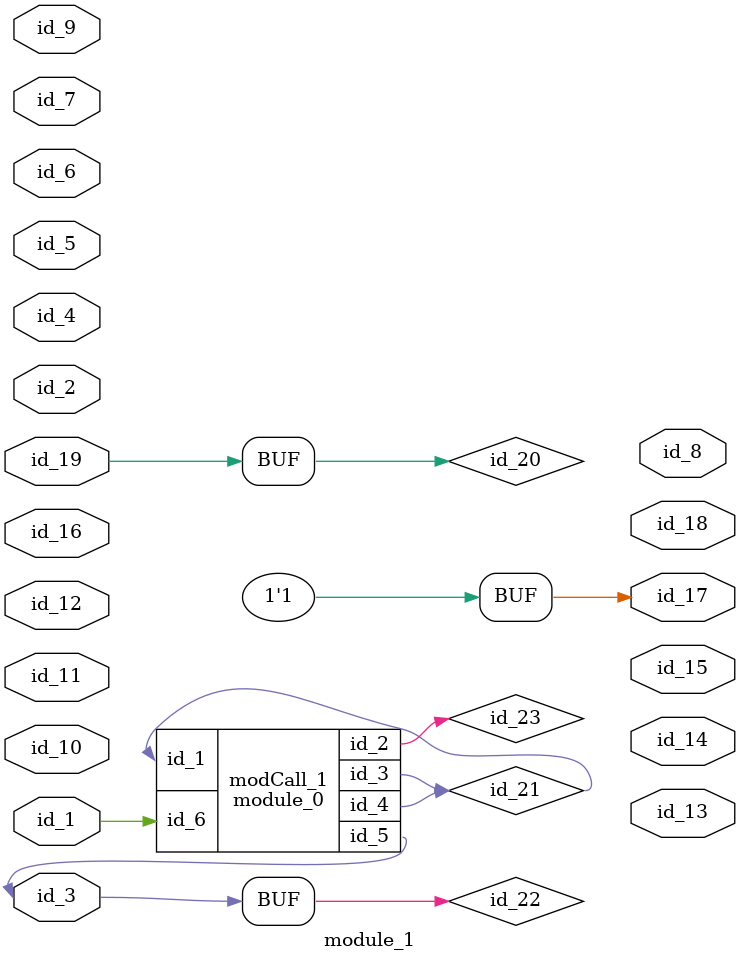
<source format=v>
module module_0 (
    id_1,
    id_2,
    id_3,
    id_4,
    id_5,
    id_6
);
  input wire id_6;
  output wire id_5;
  inout wire id_4;
  inout wire id_3;
  output wire id_2;
  input wire id_1;
  parameter id_7 = -1;
  assign id_5 = 1'd0;
  parameter id_8 = -1'b0;
  task id_9(output id_10);
    id_11(1 || id_6, 1'b0);
  endtask
endmodule
module module_1 (
    id_1,
    id_2,
    id_3,
    id_4,
    id_5,
    id_6,
    id_7,
    id_8,
    id_9,
    id_10,
    id_11,
    id_12,
    id_13,
    id_14,
    id_15,
    id_16,
    id_17,
    id_18,
    id_19
);
  inout wire id_19;
  output wire id_18;
  output wire id_17;
  input wire id_16;
  output wire id_15;
  output wire id_14;
  output wire id_13;
  input wire id_12;
  input wire id_11;
  inout wire id_10;
  inout wire id_9;
  output wire id_8;
  inout wire id_7;
  input wire id_6;
  inout wire id_5;
  input wire id_4;
  inout wire id_3;
  input wire id_2;
  input wire id_1;
  wire id_20;
  assign id_19 = id_20;
  wire id_21;
  wire id_22 = id_3;
  wire id_23;
  module_0 modCall_1 (
      id_21,
      id_23,
      id_21,
      id_21,
      id_3,
      id_1
  );
  assign id_17 = -1 & -1;
endmodule

</source>
